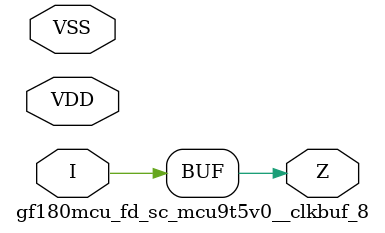
<source format=v>

module gf180mcu_fd_sc_mcu9t5v0__clkbuf_8( I, Z, VDD, VSS );
input I;
inout VDD, VSS;
output Z;

	buf MGM_BG_0( Z, I );

endmodule

</source>
